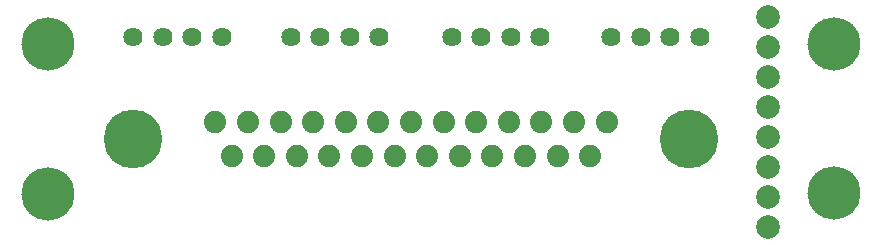
<source format=gts>
G04*
G04 #@! TF.GenerationSoftware,Altium Limited,Altium Designer,18.1.9 (240)*
G04*
G04 Layer_Color=8388736*
%FSLAX25Y25*%
%MOIN*%
G70*
G01*
G75*
%ADD11C,0.17729*%
%ADD12C,0.06400*%
%ADD13C,0.19540*%
%ADD14C,0.07453*%
%ADD15C,0.07887*%
D11*
X31500Y18500D02*
D03*
Y68500D02*
D03*
X293500Y19000D02*
D03*
Y68500D02*
D03*
D12*
X195684Y71000D02*
D03*
X185842D02*
D03*
X176000D02*
D03*
X166158D02*
D03*
X112474D02*
D03*
X122316D02*
D03*
X132158D02*
D03*
X142000D02*
D03*
X248842D02*
D03*
X239000D02*
D03*
X229158D02*
D03*
X219316D02*
D03*
X59974D02*
D03*
X69816D02*
D03*
X79658D02*
D03*
X89500D02*
D03*
D13*
X245244Y37000D02*
D03*
X60000D02*
D03*
D14*
X87402Y42591D02*
D03*
X92837Y31409D02*
D03*
X98272Y42591D02*
D03*
X103707Y31409D02*
D03*
X109142Y42591D02*
D03*
X114577Y31409D02*
D03*
X120012Y42591D02*
D03*
X125447Y31409D02*
D03*
X130882Y42591D02*
D03*
X136317Y31409D02*
D03*
X141752Y42591D02*
D03*
X147187Y31409D02*
D03*
X152622Y42591D02*
D03*
X158057Y31409D02*
D03*
X163492Y42591D02*
D03*
X168927Y31409D02*
D03*
X174362Y42591D02*
D03*
X179797Y31409D02*
D03*
X185232Y42591D02*
D03*
X190667Y31409D02*
D03*
X196102Y42591D02*
D03*
X201537Y31409D02*
D03*
X206972Y42591D02*
D03*
X212407Y31409D02*
D03*
X217843Y42591D02*
D03*
D15*
X271500Y17500D02*
D03*
Y7500D02*
D03*
Y27500D02*
D03*
Y37500D02*
D03*
Y47500D02*
D03*
Y57500D02*
D03*
Y67500D02*
D03*
Y77500D02*
D03*
M02*

</source>
